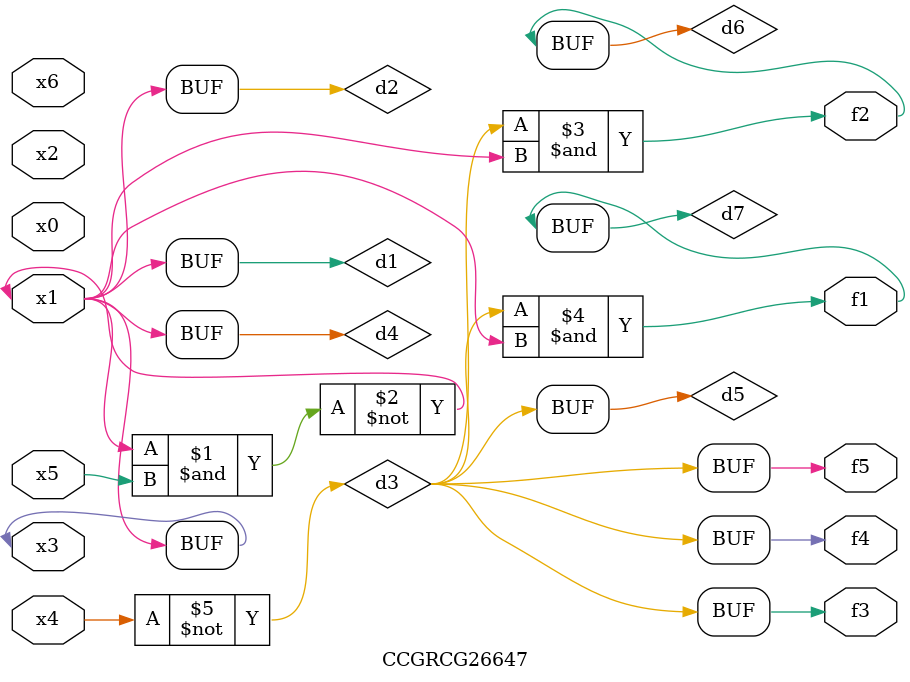
<source format=v>
module CCGRCG26647(
	input x0, x1, x2, x3, x4, x5, x6,
	output f1, f2, f3, f4, f5
);

	wire d1, d2, d3, d4, d5, d6, d7;

	buf (d1, x1, x3);
	nand (d2, x1, x5);
	not (d3, x4);
	buf (d4, d1, d2);
	buf (d5, d3);
	and (d6, d3, d4);
	and (d7, d3, d4);
	assign f1 = d7;
	assign f2 = d6;
	assign f3 = d5;
	assign f4 = d5;
	assign f5 = d5;
endmodule

</source>
